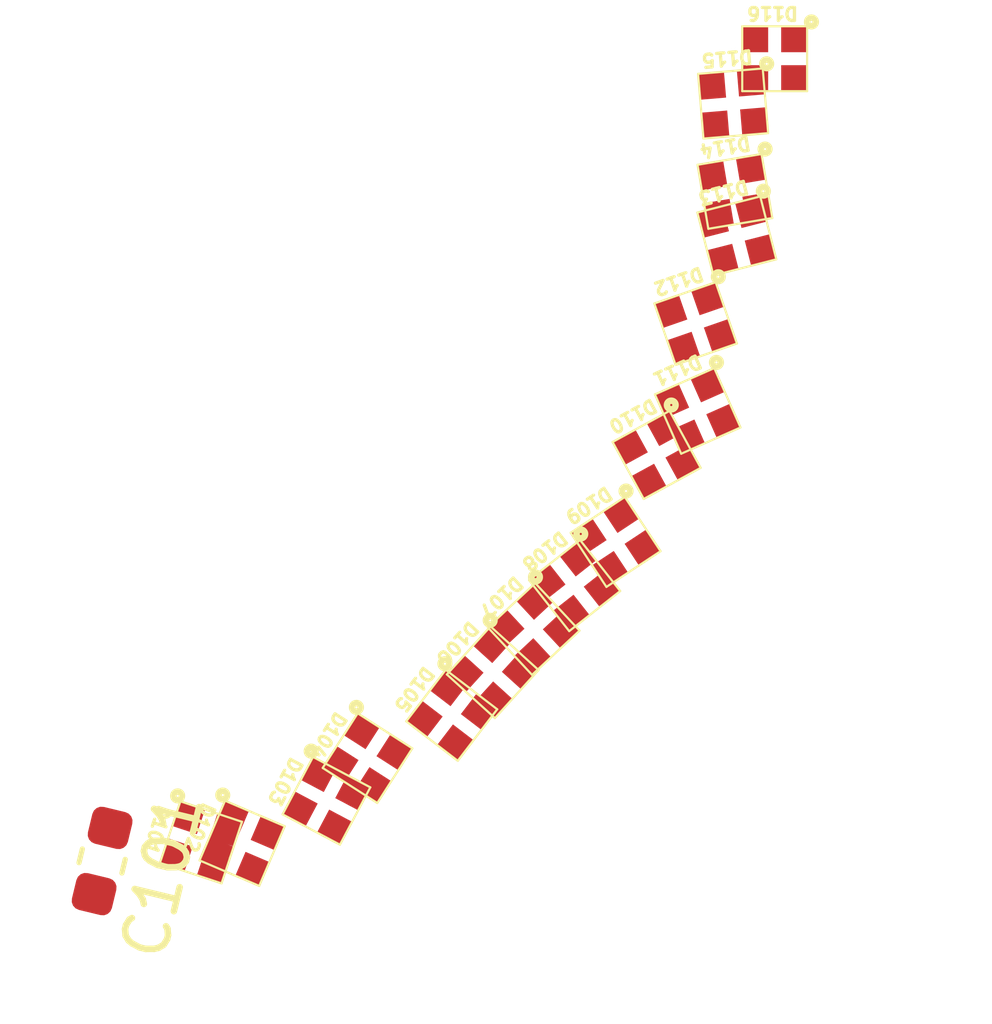
<source format=kicad_pcb>
(kicad_pcb (version 20190905) (host pcbnew "(5.99.0-215-g89e9857f3)")

  (general
    (thickness 1.6)
    (drawings 0)
    (tracks 0)
    (modules 17)
    (nets 18)
  )

  (page "A4")
  (layers
    (0 "F.Cu" signal)
    (31 "B.Cu" signal)
    (32 "B.Adhes" user)
    (33 "F.Adhes" user)
    (34 "B.Paste" user)
    (35 "F.Paste" user)
    (36 "B.SilkS" user)
    (37 "F.SilkS" user)
    (38 "B.Mask" user)
    (39 "F.Mask" user)
    (40 "Dwgs.User" user)
    (41 "Cmts.User" user)
    (42 "Eco1.User" user)
    (43 "Eco2.User" user)
    (44 "Edge.Cuts" user)
    (45 "Margin" user)
    (46 "B.CrtYd" user)
    (47 "F.CrtYd" user)
    (48 "B.Fab" user)
    (49 "F.Fab" user)
  )

  (setup
    (stackup
      (layer "F.SilkS" (type "Top Silk Screen"))
      (layer "F.Paste" (type "Top Solder Paste"))
      (layer "F.Mask" (type "Top Solder Mask") (thickness 0.01) (color "Green"))
      (layer "F.Cu" (type "copper") (thickness 0.035))
      (layer "dielectric 1" (type "core") (thickness 1.51) (material "FR4") (epsilon_r 4.5) (loss_tangent 0.02))
      (layer "B.Cu" (type "copper") (thickness 0.035))
      (layer "B.Mask" (type "Bottom Solder Mask") (thickness 0.01) (color "Green"))
      (layer "B.Paste" (type "Bottom Solder Paste"))
      (layer "B.SilkS" (type "Bottom Silk Screen"))
      (copper_finish "None")
      (dielectric_constraints no)
    )
    (last_trace_width 0.25)
    (trace_clearance 0.1524)
    (zone_clearance 0.508)
    (zone_45_only no)
    (trace_min 0.1524)
    (via_size 0.8)
    (via_drill 0.4)
    (via_min_size 0.4)
    (via_min_drill 0.3)
    (uvia_size 0.3)
    (uvia_drill 0.1)
    (uvias_allowed no)
    (uvia_min_size 0.2)
    (uvia_min_drill 0.1)
    (max_error 0.005)
    (defaults
      (edge_clearance 0.01)
      (edge_cuts_line_width 0.05)
      (courtyard_line_width 0.05)
      (copper_line_width 0.2)
      (copper_text_dims (size 1.5 1.5) (thickness 0.3))
      (silk_line_width 0.12)
      (silk_text_dims (size 1 1) (thickness 0.15))
      (other_layers_line_width 0.1)
      (other_layers_text_dims (size 1 1) (thickness 0.15))
    )
    (pad_size 1.524 1.524)
    (pad_drill 0.762)
    (pad_to_mask_clearance 0.051)
    (solder_mask_min_width 0.25)
    (aux_axis_origin 0 0)
    (visible_elements FFFFFF7F)
    (pcbplotparams
      (layerselection 0x010fc_ffffffff)
      (usegerberextensions false)
      (usegerberattributes false)
      (usegerberadvancedattributes false)
      (creategerberjobfile false)
      (excludeedgelayer true)
      (linewidth 0.100000)
      (plotframeref false)
      (viasonmask false)
      (mode 1)
      (useauxorigin false)
      (hpglpennumber 1)
      (hpglpenspeed 20)
      (hpglpendiameter 15.000000)
      (psnegative false)
      (psa4output false)
      (plotreference true)
      (plotvalue true)
      (plotinvisibletext false)
      (padsonsilk false)
      (subtractmaskfromsilk false)
      (outputformat 1)
      (mirror false)
      (drillshape 1)
      (scaleselection 1)
      (outputdirectory "")
    )
  )

  (net 0 "")
  (net 1 "GND")
  (net 2 "+5V")
  (net 3 "Net-(D101-Pad3)")
  (net 4 "Net-(D102-Pad3)")
  (net 5 "Net-(D102-Pad1)")
  (net 6 "Net-(D103-Pad3)")
  (net 7 "Net-(D104-Pad3)")
  (net 8 "Net-(D105-Pad3)")
  (net 9 "Net-(D106-Pad3)")
  (net 10 "Net-(D107-Pad3)")
  (net 11 "Net-(D108-Pad3)")
  (net 12 "Net-(D109-Pad3)")
  (net 13 "Net-(D110-Pad3)")
  (net 14 "Net-(D111-Pad3)")
  (net 15 "Net-(D112-Pad3)")
  (net 16 "Net-(D113-Pad3)")
  (net 17 "Net-(D114-Pad3)")

  (net_class "Default" "This is the default net class."
    (clearance 0.1524)
    (trace_width 0.25)
    (via_dia 0.8)
    (via_drill 0.4)
    (uvia_dia 0.3)
    (uvia_drill 0.1)
    (add_net "+5V")
    (add_net "GND")
    (add_net "Net-(D101-Pad3)")
    (add_net "Net-(D102-Pad1)")
    (add_net "Net-(D102-Pad3)")
    (add_net "Net-(D103-Pad3)")
    (add_net "Net-(D104-Pad3)")
    (add_net "Net-(D105-Pad3)")
    (add_net "Net-(D106-Pad3)")
    (add_net "Net-(D107-Pad3)")
    (add_net "Net-(D108-Pad3)")
    (add_net "Net-(D109-Pad3)")
    (add_net "Net-(D110-Pad3)")
    (add_net "Net-(D111-Pad3)")
    (add_net "Net-(D112-Pad3)")
    (add_net "Net-(D113-Pad3)")
    (add_net "Net-(D114-Pad3)")
  )

  (module "SK6812-EC1515:SK6812-EC1515" (layer "F.Cu") (tedit 5D9E890D) (tstamp 5D9EE613)
    (at 70 50 180)
    (path "/5D9FA739")
    (fp_text reference "D116" (at 0.5 0.6 180 unlocked) (layer "F.SilkS")
      (effects (font (size 0.3 0.3) (thickness 0.075)))
    )
    (fp_text value "SK6812MINI" (at 0 -0.5 180 unlocked) (layer "F.Fab")
      (effects (font (size 1 1) (thickness 0.15)))
    )
    (fp_circle (center -0.4 0.4) (end -0.4 0.3) (layer "F.SilkS") (width 0.15))
    (fp_line (start -0.3 0.3) (end -0.3 -1.2) (layer "F.SilkS") (width 0.05))
    (fp_line (start 1.2 0.3) (end -0.3 0.3) (layer "F.SilkS") (width 0.05))
    (fp_line (start 1.2 -1.2) (end 1.2 0.3) (layer "F.SilkS") (width 0.05))
    (fp_line (start -0.3 -1.2) (end 1.2 -1.2) (layer "F.SilkS") (width 0.05))
    (pad "4" smd rect (at 0 -0.9 180) (size 0.6 0.6) (layers "F.Cu" "F.Paste" "F.Mask")
      (net 1 "GND"))
    (pad "3" smd rect (at 0.9 -0.9 180) (size 0.6 0.6) (layers "F.Cu" "F.Paste" "F.Mask"))
    (pad "2" smd rect (at 0.9 0 180) (size 0.6 0.6) (layers "F.Cu" "F.Paste" "F.Mask")
      (net 2 "+5V"))
    (pad "1" smd rect (at 0 0 180) (size 0.6 0.6) (layers "F.Cu" "F.Paste" "F.Mask")
      (net 17 "Net-(D114-Pad3)"))
  )

  (module "SK6812-EC1515:SK6812-EC1515" (layer "F.Cu") (tedit 5D9E890D) (tstamp 5D9EE606)
    (at 69 51 -175.2239691)
    (path "/5D9FA75E")
    (fp_text reference "D115" (at 0.5 0.6 -175.2239691 unlocked) (layer "F.SilkS")
      (effects (font (size 0.3 0.3) (thickness 0.075)))
    )
    (fp_text value "SK6812MINI" (at 0 -0.5 -175.2239691 unlocked) (layer "F.Fab")
      (effects (font (size 1 1) (thickness 0.15)))
    )
    (fp_circle (center -0.4 0.4) (end -0.4 0.3) (layer "F.SilkS") (width 0.15))
    (fp_line (start -0.3 0.3) (end -0.3 -1.2) (layer "F.SilkS") (width 0.05))
    (fp_line (start 1.2 0.3) (end -0.3 0.3) (layer "F.SilkS") (width 0.05))
    (fp_line (start 1.2 -1.2) (end 1.2 0.3) (layer "F.SilkS") (width 0.05))
    (fp_line (start -0.3 -1.2) (end 1.2 -1.2) (layer "F.SilkS") (width 0.05))
    (pad "4" smd rect (at 0 -0.9 184.7760309) (size 0.6 0.6) (layers "F.Cu" "F.Paste" "F.Mask")
      (net 1 "GND"))
    (pad "3" smd rect (at 0.9 -0.9 184.7760309) (size 0.6 0.6) (layers "F.Cu" "F.Paste" "F.Mask")
      (net 17 "Net-(D114-Pad3)"))
    (pad "2" smd rect (at 0.9 0 184.7760309) (size 0.6 0.6) (layers "F.Cu" "F.Paste" "F.Mask")
      (net 2 "+5V"))
    (pad "1" smd rect (at 0 0 184.7760309) (size 0.6 0.6) (layers "F.Cu" "F.Paste" "F.Mask")
      (net 15 "Net-(D112-Pad3)"))
  )

  (module "SK6812-EC1515:SK6812-EC1515" (layer "F.Cu") (tedit 5D9E890D) (tstamp 5D9EE5F9)
    (at 69 53 -170.4479381)
    (path "/5D9FA76E")
    (fp_text reference "D114" (at 0.5 0.6 -170.4479381 unlocked) (layer "F.SilkS")
      (effects (font (size 0.3 0.3) (thickness 0.075)))
    )
    (fp_text value "SK6812MINI" (at 0 -0.5 -170.4479381 unlocked) (layer "F.Fab")
      (effects (font (size 1 1) (thickness 0.15)))
    )
    (fp_circle (center -0.4 0.4) (end -0.4 0.3) (layer "F.SilkS") (width 0.15))
    (fp_line (start -0.3 0.3) (end -0.3 -1.2) (layer "F.SilkS") (width 0.05))
    (fp_line (start 1.2 0.3) (end -0.3 0.3) (layer "F.SilkS") (width 0.05))
    (fp_line (start 1.2 -1.2) (end 1.2 0.3) (layer "F.SilkS") (width 0.05))
    (fp_line (start -0.3 -1.2) (end 1.2 -1.2) (layer "F.SilkS") (width 0.05))
    (pad "4" smd rect (at 0 -0.9 189.5520619) (size 0.6 0.6) (layers "F.Cu" "F.Paste" "F.Mask")
      (net 1 "GND"))
    (pad "3" smd rect (at 0.9 -0.9 189.5520619) (size 0.6 0.6) (layers "F.Cu" "F.Paste" "F.Mask")
      (net 15 "Net-(D112-Pad3)"))
    (pad "2" smd rect (at 0.9 0 189.5520619) (size 0.6 0.6) (layers "F.Cu" "F.Paste" "F.Mask")
      (net 2 "+5V"))
    (pad "1" smd rect (at 0 0 189.5520619) (size 0.6 0.6) (layers "F.Cu" "F.Paste" "F.Mask")
      (net 13 "Net-(D110-Pad3)"))
  )

  (module "SK6812-EC1515:SK6812-EC1515" (layer "F.Cu") (tedit 5D9E890D) (tstamp 5D9EE5EC)
    (at 69 54 -165.6719072)
    (path "/5D9FA7AE")
    (fp_text reference "D113" (at 0.5 0.6 -165.6719072 unlocked) (layer "F.SilkS")
      (effects (font (size 0.3 0.3) (thickness 0.075)))
    )
    (fp_text value "SK6812MINI" (at 0 -0.5 -165.6719072 unlocked) (layer "F.Fab")
      (effects (font (size 1 1) (thickness 0.15)))
    )
    (fp_circle (center -0.4 0.4) (end -0.4 0.3) (layer "F.SilkS") (width 0.15))
    (fp_line (start -0.3 0.3) (end -0.3 -1.2) (layer "F.SilkS") (width 0.05))
    (fp_line (start 1.2 0.3) (end -0.3 0.3) (layer "F.SilkS") (width 0.05))
    (fp_line (start 1.2 -1.2) (end 1.2 0.3) (layer "F.SilkS") (width 0.05))
    (fp_line (start -0.3 -1.2) (end 1.2 -1.2) (layer "F.SilkS") (width 0.05))
    (pad "4" smd rect (at 0 -0.9 194.3280928) (size 0.6 0.6) (layers "F.Cu" "F.Paste" "F.Mask")
      (net 1 "GND"))
    (pad "3" smd rect (at 0.9 -0.9 194.3280928) (size 0.6 0.6) (layers "F.Cu" "F.Paste" "F.Mask")
      (net 13 "Net-(D110-Pad3)"))
    (pad "2" smd rect (at 0.9 0 194.3280928) (size 0.6 0.6) (layers "F.Cu" "F.Paste" "F.Mask")
      (net 2 "+5V"))
    (pad "1" smd rect (at 0 0 194.3280928) (size 0.6 0.6) (layers "F.Cu" "F.Paste" "F.Mask")
      (net 11 "Net-(D108-Pad3)"))
  )

  (module "SK6812-EC1515:SK6812-EC1515" (layer "F.Cu") (tedit 5D9E890D) (tstamp 5D9EE5DF)
    (at 68 56 -160.8958763)
    (path "/5D9FA749")
    (fp_text reference "D112" (at 0.5 0.6 -160.8958763 unlocked) (layer "F.SilkS")
      (effects (font (size 0.3 0.3) (thickness 0.075)))
    )
    (fp_text value "SK6812MINI" (at 0 -0.5 -160.8958763 unlocked) (layer "F.Fab")
      (effects (font (size 1 1) (thickness 0.15)))
    )
    (fp_circle (center -0.4 0.4) (end -0.4 0.3) (layer "F.SilkS") (width 0.15))
    (fp_line (start -0.3 0.3) (end -0.3 -1.2) (layer "F.SilkS") (width 0.05))
    (fp_line (start 1.2 0.3) (end -0.3 0.3) (layer "F.SilkS") (width 0.05))
    (fp_line (start 1.2 -1.2) (end 1.2 0.3) (layer "F.SilkS") (width 0.05))
    (fp_line (start -0.3 -1.2) (end 1.2 -1.2) (layer "F.SilkS") (width 0.05))
    (pad "4" smd rect (at 0 -0.9 199.1041237) (size 0.6 0.6) (layers "F.Cu" "F.Paste" "F.Mask")
      (net 1 "GND"))
    (pad "3" smd rect (at 0.9 -0.9 199.1041237) (size 0.6 0.6) (layers "F.Cu" "F.Paste" "F.Mask")
      (net 11 "Net-(D108-Pad3)"))
    (pad "2" smd rect (at 0.9 0 199.1041237) (size 0.6 0.6) (layers "F.Cu" "F.Paste" "F.Mask")
      (net 2 "+5V"))
    (pad "1" smd rect (at 0 0 199.1041237) (size 0.6 0.6) (layers "F.Cu" "F.Paste" "F.Mask")
      (net 9 "Net-(D106-Pad3)"))
  )

  (module "SK6812-EC1515:SK6812-EC1515" (layer "F.Cu") (tedit 5D9E890D) (tstamp 5D9EE5D2)
    (at 68 58 -156.1198454)
    (path "/5D9FA78C")
    (fp_text reference "D111" (at 0.5 0.6 -156.1198454 unlocked) (layer "F.SilkS")
      (effects (font (size 0.3 0.3) (thickness 0.075)))
    )
    (fp_text value "SK6812MINI" (at 0 -0.5 -156.1198454 unlocked) (layer "F.Fab")
      (effects (font (size 1 1) (thickness 0.15)))
    )
    (fp_circle (center -0.4 0.4) (end -0.4 0.3) (layer "F.SilkS") (width 0.15))
    (fp_line (start -0.3 0.3) (end -0.3 -1.2) (layer "F.SilkS") (width 0.05))
    (fp_line (start 1.2 0.3) (end -0.3 0.3) (layer "F.SilkS") (width 0.05))
    (fp_line (start 1.2 -1.2) (end 1.2 0.3) (layer "F.SilkS") (width 0.05))
    (fp_line (start -0.3 -1.2) (end 1.2 -1.2) (layer "F.SilkS") (width 0.05))
    (pad "4" smd rect (at 0 -0.9 203.8801546) (size 0.6 0.6) (layers "F.Cu" "F.Paste" "F.Mask")
      (net 1 "GND"))
    (pad "3" smd rect (at 0.9 -0.9 203.8801546) (size 0.6 0.6) (layers "F.Cu" "F.Paste" "F.Mask")
      (net 9 "Net-(D106-Pad3)"))
    (pad "2" smd rect (at 0.9 0 203.8801546) (size 0.6 0.6) (layers "F.Cu" "F.Paste" "F.Mask")
      (net 2 "+5V"))
    (pad "1" smd rect (at 0 0 203.8801546) (size 0.6 0.6) (layers "F.Cu" "F.Paste" "F.Mask")
      (net 7 "Net-(D104-Pad3)"))
  )

  (module "SK6812-EC1515:SK6812-EC1515" (layer "F.Cu") (tedit 5D9E890D) (tstamp 5D9EE5C5)
    (at 67 59 -151.3438144)
    (path "/5D9FA7C0")
    (fp_text reference "D110" (at 0.5 0.6 -151.3438144 unlocked) (layer "F.SilkS")
      (effects (font (size 0.3 0.3) (thickness 0.075)))
    )
    (fp_text value "SK6812MINI" (at 0 -0.5 -151.3438144 unlocked) (layer "F.Fab")
      (effects (font (size 1 1) (thickness 0.15)))
    )
    (fp_circle (center -0.4 0.4) (end -0.4 0.3) (layer "F.SilkS") (width 0.15))
    (fp_line (start -0.3 0.3) (end -0.3 -1.2) (layer "F.SilkS") (width 0.05))
    (fp_line (start 1.2 0.3) (end -0.3 0.3) (layer "F.SilkS") (width 0.05))
    (fp_line (start 1.2 -1.2) (end 1.2 0.3) (layer "F.SilkS") (width 0.05))
    (fp_line (start -0.3 -1.2) (end 1.2 -1.2) (layer "F.SilkS") (width 0.05))
    (pad "4" smd rect (at 0 -0.9 208.6561856) (size 0.6 0.6) (layers "F.Cu" "F.Paste" "F.Mask")
      (net 1 "GND"))
    (pad "3" smd rect (at 0.9 -0.9 208.6561856) (size 0.6 0.6) (layers "F.Cu" "F.Paste" "F.Mask")
      (net 7 "Net-(D104-Pad3)"))
    (pad "2" smd rect (at 0.9 0 208.6561856) (size 0.6 0.6) (layers "F.Cu" "F.Paste" "F.Mask")
      (net 2 "+5V"))
    (pad "1" smd rect (at 0 0 208.6561856) (size 0.6 0.6) (layers "F.Cu" "F.Paste" "F.Mask")
      (net 4 "Net-(D102-Pad3)"))
  )

  (module "SK6812-EC1515:SK6812-EC1515" (layer "F.Cu") (tedit 5D9E890D) (tstamp 5D9EE5B8)
    (at 66 61 -146.5677835)
    (path "/5D9FA79E")
    (fp_text reference "D109" (at 0.5 0.6 -146.5677835 unlocked) (layer "F.SilkS")
      (effects (font (size 0.3 0.3) (thickness 0.075)))
    )
    (fp_text value "SK6812MINI" (at 0 -0.5 -146.5677835 unlocked) (layer "F.Fab")
      (effects (font (size 1 1) (thickness 0.15)))
    )
    (fp_circle (center -0.4 0.4) (end -0.4 0.3) (layer "F.SilkS") (width 0.15))
    (fp_line (start -0.3 0.3) (end -0.3 -1.2) (layer "F.SilkS") (width 0.05))
    (fp_line (start 1.2 0.3) (end -0.3 0.3) (layer "F.SilkS") (width 0.05))
    (fp_line (start 1.2 -1.2) (end 1.2 0.3) (layer "F.SilkS") (width 0.05))
    (fp_line (start -0.3 -1.2) (end 1.2 -1.2) (layer "F.SilkS") (width 0.05))
    (pad "4" smd rect (at 0 -0.9 213.4322165) (size 0.6 0.6) (layers "F.Cu" "F.Paste" "F.Mask")
      (net 1 "GND"))
    (pad "3" smd rect (at 0.9 -0.9 213.4322165) (size 0.6 0.6) (layers "F.Cu" "F.Paste" "F.Mask")
      (net 4 "Net-(D102-Pad3)"))
    (pad "2" smd rect (at 0.9 0 213.4322165) (size 0.6 0.6) (layers "F.Cu" "F.Paste" "F.Mask")
      (net 2 "+5V"))
    (pad "1" smd rect (at 0 0 213.4322165) (size 0.6 0.6) (layers "F.Cu" "F.Paste" "F.Mask")
      (net 5 "Net-(D102-Pad1)"))
  )

  (module "SK6812-EC1515:SK6812-EC1515" (layer "F.Cu") (tedit 5D9E890D) (tstamp 5D9EE5AB)
    (at 65 62 -141.7917526)
    (path "/5DA04E8E")
    (fp_text reference "D108" (at 0.5 0.6 -141.7917526 unlocked) (layer "F.SilkS")
      (effects (font (size 0.3 0.3) (thickness 0.075)))
    )
    (fp_text value "SK6812MINI" (at 0 -0.5 -141.7917526 unlocked) (layer "F.Fab")
      (effects (font (size 1 1) (thickness 0.15)))
    )
    (fp_circle (center -0.4 0.4) (end -0.4 0.3) (layer "F.SilkS") (width 0.15))
    (fp_line (start -0.3 0.3) (end -0.3 -1.2) (layer "F.SilkS") (width 0.05))
    (fp_line (start 1.2 0.3) (end -0.3 0.3) (layer "F.SilkS") (width 0.05))
    (fp_line (start 1.2 -1.2) (end 1.2 0.3) (layer "F.SilkS") (width 0.05))
    (fp_line (start -0.3 -1.2) (end 1.2 -1.2) (layer "F.SilkS") (width 0.05))
    (pad "4" smd rect (at 0 -0.9 218.2082474) (size 0.6 0.6) (layers "F.Cu" "F.Paste" "F.Mask")
      (net 1 "GND"))
    (pad "3" smd rect (at 0.9 -0.9 218.2082474) (size 0.6 0.6) (layers "F.Cu" "F.Paste" "F.Mask")
      (net 5 "Net-(D102-Pad1)"))
    (pad "2" smd rect (at 0.9 0 218.2082474) (size 0.6 0.6) (layers "F.Cu" "F.Paste" "F.Mask")
      (net 2 "+5V"))
    (pad "1" smd rect (at 0 0 218.2082474) (size 0.6 0.6) (layers "F.Cu" "F.Paste" "F.Mask")
      (net 16 "Net-(D113-Pad3)"))
  )

  (module "SK6812-EC1515:SK6812-EC1515" (layer "F.Cu") (tedit 5D9E890D) (tstamp 5D9EE59E)
    (at 64 63 -137.0157217)
    (path "/5DA04E7C")
    (fp_text reference "D107" (at 0.5 0.6 -137.0157217 unlocked) (layer "F.SilkS")
      (effects (font (size 0.3 0.3) (thickness 0.075)))
    )
    (fp_text value "SK6812MINI" (at 0 -0.5 -137.0157217 unlocked) (layer "F.Fab")
      (effects (font (size 1 1) (thickness 0.15)))
    )
    (fp_circle (center -0.4 0.4) (end -0.4 0.3) (layer "F.SilkS") (width 0.15))
    (fp_line (start -0.3 0.3) (end -0.3 -1.2) (layer "F.SilkS") (width 0.05))
    (fp_line (start 1.2 0.3) (end -0.3 0.3) (layer "F.SilkS") (width 0.05))
    (fp_line (start 1.2 -1.2) (end 1.2 0.3) (layer "F.SilkS") (width 0.05))
    (fp_line (start -0.3 -1.2) (end 1.2 -1.2) (layer "F.SilkS") (width 0.05))
    (pad "4" smd rect (at 0 -0.9 222.9842783) (size 0.6 0.6) (layers "F.Cu" "F.Paste" "F.Mask")
      (net 1 "GND"))
    (pad "3" smd rect (at 0.9 -0.9 222.9842783) (size 0.6 0.6) (layers "F.Cu" "F.Paste" "F.Mask")
      (net 16 "Net-(D113-Pad3)"))
    (pad "2" smd rect (at 0.9 0 222.9842783) (size 0.6 0.6) (layers "F.Cu" "F.Paste" "F.Mask")
      (net 2 "+5V"))
    (pad "1" smd rect (at 0 0 222.9842783) (size 0.6 0.6) (layers "F.Cu" "F.Paste" "F.Mask")
      (net 14 "Net-(D111-Pad3)"))
  )

  (module "SK6812-EC1515:SK6812-EC1515" (layer "F.Cu") (tedit 5D9E890D) (tstamp 5D9EE591)
    (at 63 64 -132.2396907)
    (path "/5DA04EBB")
    (fp_text reference "D106" (at 0.5 0.6 -132.2396907 unlocked) (layer "F.SilkS")
      (effects (font (size 0.3 0.3) (thickness 0.075)))
    )
    (fp_text value "SK6812MINI" (at 0 -0.5 -132.2396907 unlocked) (layer "F.Fab")
      (effects (font (size 1 1) (thickness 0.15)))
    )
    (fp_circle (center -0.4 0.4) (end -0.4 0.3) (layer "F.SilkS") (width 0.15))
    (fp_line (start -0.3 0.3) (end -0.3 -1.2) (layer "F.SilkS") (width 0.05))
    (fp_line (start 1.2 0.3) (end -0.3 0.3) (layer "F.SilkS") (width 0.05))
    (fp_line (start 1.2 -1.2) (end 1.2 0.3) (layer "F.SilkS") (width 0.05))
    (fp_line (start -0.3 -1.2) (end 1.2 -1.2) (layer "F.SilkS") (width 0.05))
    (pad "4" smd rect (at 0 -0.9 227.7603093) (size 0.6 0.6) (layers "F.Cu" "F.Paste" "F.Mask")
      (net 1 "GND"))
    (pad "3" smd rect (at 0.9 -0.9 227.7603093) (size 0.6 0.6) (layers "F.Cu" "F.Paste" "F.Mask")
      (net 14 "Net-(D111-Pad3)"))
    (pad "2" smd rect (at 0.9 0 227.7603093) (size 0.6 0.6) (layers "F.Cu" "F.Paste" "F.Mask")
      (net 2 "+5V"))
    (pad "1" smd rect (at 0 0 227.7603093) (size 0.6 0.6) (layers "F.Cu" "F.Paste" "F.Mask")
      (net 12 "Net-(D109-Pad3)"))
  )

  (module "SK6812-EC1515:SK6812-EC1515" (layer "F.Cu") (tedit 5D9E890D) (tstamp 5D9EE584)
    (at 62 65 -127.4636598)
    (path "/5DA04E36")
    (fp_text reference "D105" (at 0.5 0.6 -127.4636598 unlocked) (layer "F.SilkS")
      (effects (font (size 0.3 0.3) (thickness 0.075)))
    )
    (fp_text value "SK6812MINI" (at 0 -0.5 -127.4636598 unlocked) (layer "F.Fab")
      (effects (font (size 1 1) (thickness 0.15)))
    )
    (fp_circle (center -0.4 0.4) (end -0.4 0.3) (layer "F.SilkS") (width 0.15))
    (fp_line (start -0.3 0.3) (end -0.3 -1.2) (layer "F.SilkS") (width 0.05))
    (fp_line (start 1.2 0.3) (end -0.3 0.3) (layer "F.SilkS") (width 0.05))
    (fp_line (start 1.2 -1.2) (end 1.2 0.3) (layer "F.SilkS") (width 0.05))
    (fp_line (start -0.3 -1.2) (end 1.2 -1.2) (layer "F.SilkS") (width 0.05))
    (pad "4" smd rect (at 0 -0.9 232.5363402) (size 0.6 0.6) (layers "F.Cu" "F.Paste" "F.Mask")
      (net 1 "GND"))
    (pad "3" smd rect (at 0.9 -0.9 232.5363402) (size 0.6 0.6) (layers "F.Cu" "F.Paste" "F.Mask")
      (net 12 "Net-(D109-Pad3)"))
    (pad "2" smd rect (at 0.9 0 232.5363402) (size 0.6 0.6) (layers "F.Cu" "F.Paste" "F.Mask")
      (net 2 "+5V"))
    (pad "1" smd rect (at 0 0 232.5363402) (size 0.6 0.6) (layers "F.Cu" "F.Paste" "F.Mask")
      (net 10 "Net-(D107-Pad3)"))
  )

  (module "SK6812-EC1515:SK6812-EC1515" (layer "F.Cu") (tedit 5D9E890D) (tstamp 5D9EE577)
    (at 60 66 -122.6876289)
    (path "/5DA04E6A")
    (fp_text reference "D104" (at 0.5 0.6 -122.6876289 unlocked) (layer "F.SilkS")
      (effects (font (size 0.3 0.3) (thickness 0.075)))
    )
    (fp_text value "SK6812MINI" (at 0 -0.5 -122.6876289 unlocked) (layer "F.Fab")
      (effects (font (size 1 1) (thickness 0.15)))
    )
    (fp_circle (center -0.4 0.4) (end -0.4 0.3) (layer "F.SilkS") (width 0.15))
    (fp_line (start -0.3 0.3) (end -0.3 -1.2) (layer "F.SilkS") (width 0.05))
    (fp_line (start 1.2 0.3) (end -0.3 0.3) (layer "F.SilkS") (width 0.05))
    (fp_line (start 1.2 -1.2) (end 1.2 0.3) (layer "F.SilkS") (width 0.05))
    (fp_line (start -0.3 -1.2) (end 1.2 -1.2) (layer "F.SilkS") (width 0.05))
    (pad "4" smd rect (at 0 -0.9 237.3123711) (size 0.6 0.6) (layers "F.Cu" "F.Paste" "F.Mask")
      (net 1 "GND"))
    (pad "3" smd rect (at 0.9 -0.9 237.3123711) (size 0.6 0.6) (layers "F.Cu" "F.Paste" "F.Mask")
      (net 10 "Net-(D107-Pad3)"))
    (pad "2" smd rect (at 0.9 0 237.3123711) (size 0.6 0.6) (layers "F.Cu" "F.Paste" "F.Mask")
      (net 2 "+5V"))
    (pad "1" smd rect (at 0 0 237.3123711) (size 0.6 0.6) (layers "F.Cu" "F.Paste" "F.Mask")
      (net 8 "Net-(D105-Pad3)"))
  )

  (module "SK6812-EC1515:SK6812-EC1515" (layer "F.Cu") (tedit 5D9E890D) (tstamp 5D9EE56A)
    (at 59 67 -117.911598)
    (path "/5DA04E50")
    (fp_text reference "D103" (at 0.5 0.6 -117.911598 unlocked) (layer "F.SilkS")
      (effects (font (size 0.3 0.3) (thickness 0.075)))
    )
    (fp_text value "SK6812MINI" (at 0 -0.5 -117.911598 unlocked) (layer "F.Fab")
      (effects (font (size 1 1) (thickness 0.15)))
    )
    (fp_circle (center -0.4 0.4) (end -0.4 0.3) (layer "F.SilkS") (width 0.15))
    (fp_line (start -0.3 0.3) (end -0.3 -1.2) (layer "F.SilkS") (width 0.05))
    (fp_line (start 1.2 0.3) (end -0.3 0.3) (layer "F.SilkS") (width 0.05))
    (fp_line (start 1.2 -1.2) (end 1.2 0.3) (layer "F.SilkS") (width 0.05))
    (fp_line (start -0.3 -1.2) (end 1.2 -1.2) (layer "F.SilkS") (width 0.05))
    (pad "4" smd rect (at 0 -0.9 242.088402) (size 0.6 0.6) (layers "F.Cu" "F.Paste" "F.Mask")
      (net 1 "GND"))
    (pad "3" smd rect (at 0.9 -0.9 242.088402) (size 0.6 0.6) (layers "F.Cu" "F.Paste" "F.Mask")
      (net 8 "Net-(D105-Pad3)"))
    (pad "2" smd rect (at 0.9 0 242.088402) (size 0.6 0.6) (layers "F.Cu" "F.Paste" "F.Mask")
      (net 2 "+5V"))
    (pad "1" smd rect (at 0 0 242.088402) (size 0.6 0.6) (layers "F.Cu" "F.Paste" "F.Mask")
      (net 6 "Net-(D103-Pad3)"))
  )

  (module "SK6812-EC1515:SK6812-EC1515" (layer "F.Cu") (tedit 5D9E890D) (tstamp 5D9EE55D)
    (at 57 68 -113.135567)
    (path "/5DA04EAA")
    (fp_text reference "D102" (at 0.5 0.6 -113.135567 unlocked) (layer "F.SilkS")
      (effects (font (size 0.3 0.3) (thickness 0.075)))
    )
    (fp_text value "SK6812MINI" (at 0 -0.5 -113.135567 unlocked) (layer "F.Fab")
      (effects (font (size 1 1) (thickness 0.15)))
    )
    (fp_circle (center -0.4 0.4) (end -0.4 0.3) (layer "F.SilkS") (width 0.15))
    (fp_line (start -0.3 0.3) (end -0.3 -1.2) (layer "F.SilkS") (width 0.05))
    (fp_line (start 1.2 0.3) (end -0.3 0.3) (layer "F.SilkS") (width 0.05))
    (fp_line (start 1.2 -1.2) (end 1.2 0.3) (layer "F.SilkS") (width 0.05))
    (fp_line (start -0.3 -1.2) (end 1.2 -1.2) (layer "F.SilkS") (width 0.05))
    (pad "4" smd rect (at 0 -0.9 246.864433) (size 0.6 0.6) (layers "F.Cu" "F.Paste" "F.Mask")
      (net 1 "GND"))
    (pad "3" smd rect (at 0.9 -0.9 246.864433) (size 0.6 0.6) (layers "F.Cu" "F.Paste" "F.Mask")
      (net 6 "Net-(D103-Pad3)"))
    (pad "2" smd rect (at 0.9 0 246.864433) (size 0.6 0.6) (layers "F.Cu" "F.Paste" "F.Mask")
      (net 2 "+5V"))
    (pad "1" smd rect (at 0 0 246.864433) (size 0.6 0.6) (layers "F.Cu" "F.Paste" "F.Mask")
      (net 3 "Net-(D101-Pad3)"))
  )

  (module "SK6812-EC1515:SK6812-EC1515" (layer "F.Cu") (tedit 5D9E890D) (tstamp 5D9EE550)
    (at 56 68 -108.3595361)
    (path "/5DA04ECC")
    (fp_text reference "D101" (at 0.5 0.6 -108.3595361 unlocked) (layer "F.SilkS")
      (effects (font (size 0.3 0.3) (thickness 0.075)))
    )
    (fp_text value "SK6812MINI" (at 0 -0.5 -108.3595361 unlocked) (layer "F.Fab")
      (effects (font (size 1 1) (thickness 0.15)))
    )
    (fp_circle (center -0.4 0.4) (end -0.4 0.3) (layer "F.SilkS") (width 0.15))
    (fp_line (start -0.3 0.3) (end -0.3 -1.2) (layer "F.SilkS") (width 0.05))
    (fp_line (start 1.2 0.3) (end -0.3 0.3) (layer "F.SilkS") (width 0.05))
    (fp_line (start 1.2 -1.2) (end 1.2 0.3) (layer "F.SilkS") (width 0.05))
    (fp_line (start -0.3 -1.2) (end 1.2 -1.2) (layer "F.SilkS") (width 0.05))
    (pad "4" smd rect (at 0 -0.9 251.6404639) (size 0.6 0.6) (layers "F.Cu" "F.Paste" "F.Mask")
      (net 1 "GND"))
    (pad "3" smd rect (at 0.9 -0.9 251.6404639) (size 0.6 0.6) (layers "F.Cu" "F.Paste" "F.Mask")
      (net 3 "Net-(D101-Pad3)"))
    (pad "2" smd rect (at 0.9 0 251.6404639) (size 0.6 0.6) (layers "F.Cu" "F.Paste" "F.Mask")
      (net 2 "+5V"))
    (pad "1" smd rect (at 0 0 251.6404639) (size 0.6 0.6) (layers "F.Cu" "F.Paste" "F.Mask"))
  )

  (module "Capacitor_SMD:C_0603_1608Metric" (layer "F.Cu") (tedit 5B301BBE) (tstamp 5D9EE543)
    (at 54 69 -103.5835052)
    (descr "Capacitor SMD 0603 (1608 Metric), square (rectangular) end terminal, IPC_7351 nominal, (Body size source: http://www.tortai-tech.com/upload/download/2011102023233369053.pdf), generated with kicad-footprint-generator")
    (tags "capacitor")
    (path "/5DA16EA0")
    (attr smd)
    (fp_text reference "C101" (at 0 -1.43 -103.5835052) (layer "F.SilkS")
      (effects (font (size 1 1) (thickness 0.15)))
    )
    (fp_text value "C" (at 0 1.43 -103.5835052) (layer "F.Fab")
      (effects (font (size 1 1) (thickness 0.15)))
    )
    (fp_text user "%R" (at 0 0 -103.5835052) (layer "F.Fab")
      (effects (font (size 0.4 0.4) (thickness 0.06)))
    )
    (fp_line (start 1.48 0.73) (end -1.48 0.73) (layer "F.CrtYd") (width 0.05))
    (fp_line (start 1.48 -0.73) (end 1.48 0.73) (layer "F.CrtYd") (width 0.05))
    (fp_line (start -1.48 -0.73) (end 1.48 -0.73) (layer "F.CrtYd") (width 0.05))
    (fp_line (start -1.48 0.73) (end -1.48 -0.73) (layer "F.CrtYd") (width 0.05))
    (fp_line (start -0.162779 0.51) (end 0.162779 0.51) (layer "F.SilkS") (width 0.12))
    (fp_line (start -0.162779 -0.51) (end 0.162779 -0.51) (layer "F.SilkS") (width 0.12))
    (fp_line (start 0.8 0.4) (end -0.8 0.4) (layer "F.Fab") (width 0.1))
    (fp_line (start 0.8 -0.4) (end 0.8 0.4) (layer "F.Fab") (width 0.1))
    (fp_line (start -0.8 -0.4) (end 0.8 -0.4) (layer "F.Fab") (width 0.1))
    (fp_line (start -0.8 0.4) (end -0.8 -0.4) (layer "F.Fab") (width 0.1))
    (pad "2" smd roundrect (at 0.7875 0 256.4164948) (size 0.875 0.95) (layers "F.Cu" "F.Paste" "F.Mask") (roundrect_rratio 0.25)
      (net 1 "GND"))
    (pad "1" smd roundrect (at -0.7875 0 256.4164948) (size 0.875 0.95) (layers "F.Cu" "F.Paste" "F.Mask") (roundrect_rratio 0.25)
      (net 2 "+5V"))
    (model "${KISYS3DMOD}/Capacitor_SMD.3dshapes/C_0603_1608Metric.wrl"
      (at (xyz 0 0 0))
      (scale (xyz 1 1 1))
      (rotate (xyz 0 0 0))
    )
  )

)

</source>
